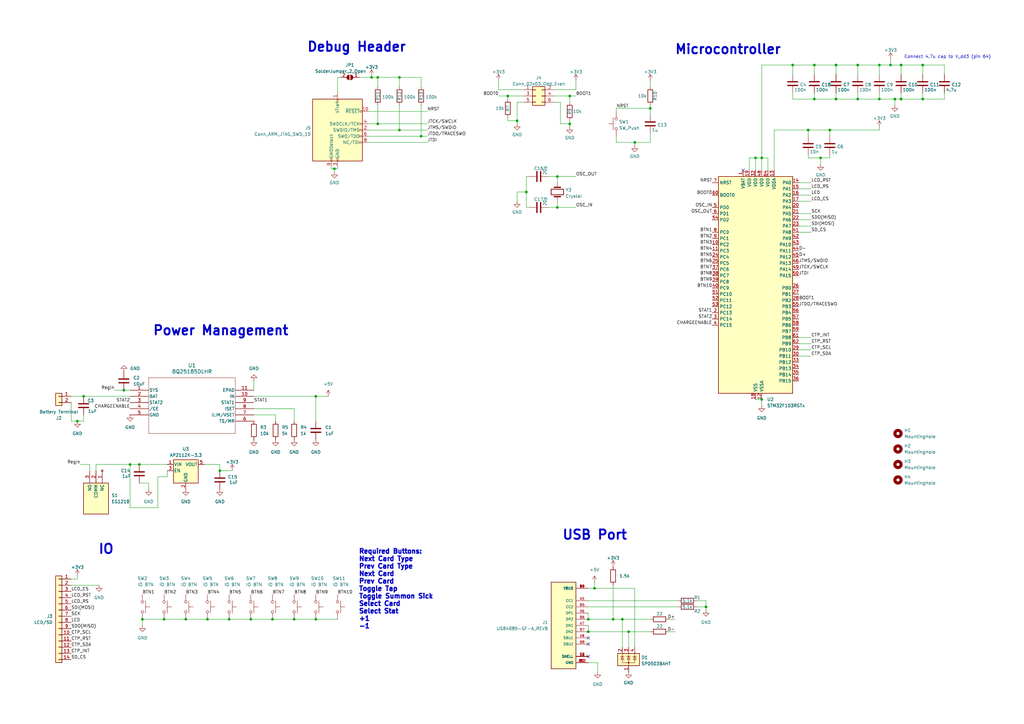
<source format=kicad_sch>
(kicad_sch (version 20231120) (generator "eeschema") (generator_version "8.0")
  (paper "A3")
  (junction (at 241.3 259.08))
  (junction (at 57.15 190.5))
  (junction (at 233.68 50.8))
  (junction (at 212.09 49.53))
  (junction (at 336.55 64.77))
  (junction (at 31.75 172.72))
  (junction (at 58.42 254))
  (junction (at 241.3 254))
  (junction (at 351.79 26.67))
  (junction (at 369.57 40.64))
  (junction (at 289.56 248.92))
  (junction (at 85.09 254))
  (junction (at 340.36 53.34))
  (junction (at 34.29 162.56))
  (junction (at 367.03 40.64))
  (junction (at 129.54 162.56))
  (junction (at 129.54 254))
  (junction (at 208.28 39.37))
  (junction (at 251.46 254))
  (junction (at 378.46 40.64))
  (junction (at 76.2 254))
  (junction (at 152.4 31.75))
  (junction (at 312.42 163.83))
  (junction (at 102.87 254))
  (junction (at 331.47 53.34))
  (junction (at 360.68 26.67))
  (junction (at 93.98 254))
  (junction (at 312.42 64.77))
  (junction (at 163.83 31.75))
  (junction (at 163.83 53.34))
  (junction (at 325.12 26.67))
  (junction (at 111.76 254))
  (junction (at 50.8 160.02))
  (junction (at 378.46 26.67))
  (junction (at 233.68 39.37))
  (junction (at 228.6 72.39))
  (junction (at 228.6 85.09))
  (junction (at 137.16 69.215))
  (junction (at 120.65 254))
  (junction (at 334.01 40.64))
  (junction (at 90.17 193.04))
  (junction (at 342.9 26.67))
  (junction (at 53.34 190.5))
  (junction (at 342.9 40.64))
  (junction (at 369.57 26.67))
  (junction (at 67.31 254))
  (junction (at 154.94 50.8))
  (junction (at 243.84 241.3))
  (junction (at 215.9 78.74))
  (junction (at 334.01 26.67))
  (junction (at 351.79 40.64))
  (junction (at 257.81 259.08))
  (junction (at 266.7 44.45))
  (junction (at 360.68 40.64))
  (junction (at 260.35 58.42))
  (junction (at 172.72 55.88))
  (junction (at 255.27 254))
  (junction (at 309.88 64.77))
  (junction (at 154.94 31.75))
  (junction (at 365.252 26.67))
  (no_connect (at 241.3 261.62))
  (no_connect (at 241.3 264.16))
  (no_connect (at 241.3 269.24))
  (no_connect (at 304.8 69.85))
  (wire (pts (xy 57.15 190.5) (xy 68.58 190.5)))
  (wire (pts (xy 334.01 40.64) (xy 342.9 40.64)))
  (wire (pts (xy 212.09 78.74) (xy 212.09 82.55)))
  (wire (pts (xy 266.7 43.18) (xy 266.7 44.45)))
  (wire (pts (xy 93.98 254) (xy 102.87 254)))
  (wire (pts (xy 260.35 58.42) (xy 260.35 59.69)))
  (wire (pts (xy 138.43 31.75) (xy 138.43 38.1)))
  (wire (pts (xy 29.21 237.49) (xy 31.75 237.49)))
  (wire (pts (xy 360.68 38.1) (xy 360.68 40.64)))
  (wire (pts (xy 387.35 30.48) (xy 387.35 26.67)))
  (wire (pts (xy 327.66 140.97) (xy 332.74 140.97)))
  (wire (pts (xy 307.34 69.85) (xy 307.34 64.77)))
  (wire (pts (xy 334.01 38.1) (xy 334.01 40.64)))
  (wire (pts (xy 212.09 41.91) (xy 212.09 49.53)))
  (wire (pts (xy 351.79 26.67) (xy 342.9 26.67)))
  (wire (pts (xy 378.46 26.67) (xy 378.46 30.48)))
  (wire (pts (xy 120.65 254) (xy 129.54 254)))
  (wire (pts (xy 58.42 254) (xy 67.31 254)))
  (wire (pts (xy 39.37 190.5) (xy 53.34 190.5)))
  (wire (pts (xy 312.42 163.83) (xy 312.42 166.37)))
  (wire (pts (xy 53.34 190.5) (xy 57.15 190.5)))
  (wire (pts (xy 215.9 85.09) (xy 215.9 78.74)))
  (wire (pts (xy 266.7 54.61) (xy 266.7 58.42)))
  (wire (pts (xy 204.47 39.37) (xy 208.28 39.37)))
  (wire (pts (xy 224.79 85.09) (xy 228.6 85.09)))
  (wire (pts (xy 172.72 55.88) (xy 175.26 55.88)))
  (wire (pts (xy 227.33 39.37) (xy 233.68 39.37)))
  (wire (pts (xy 151.13 58.42) (xy 175.26 58.42)))
  (wire (pts (xy 227.33 36.83) (xy 236.22 36.83)))
  (wire (pts (xy 327.66 74.93) (xy 332.74 74.93)))
  (wire (pts (xy 340.36 53.34) (xy 360.68 53.34)))
  (wire (pts (xy 266.7 58.42) (xy 260.35 58.42)))
  (wire (pts (xy 60.96 200.66) (xy 60.96 198.12)))
  (wire (pts (xy 229.87 50.8) (xy 233.68 50.8)))
  (wire (pts (xy 90.17 193.04) (xy 95.25 193.04)))
  (wire (pts (xy 325.12 40.64) (xy 334.01 40.64)))
  (wire (pts (xy 336.55 64.77) (xy 340.36 64.77)))
  (wire (pts (xy 327.66 95.25) (xy 332.74 95.25)))
  (wire (pts (xy 285.75 246.38) (xy 289.56 246.38)))
  (wire (pts (xy 378.46 38.1) (xy 378.46 40.64)))
  (wire (pts (xy 327.66 143.51) (xy 332.74 143.51)))
  (wire (pts (xy 312.42 64.77) (xy 312.42 69.85)))
  (wire (pts (xy 236.22 36.83) (xy 236.22 33.02)))
  (wire (pts (xy 309.88 69.85) (xy 309.88 64.77)))
  (wire (pts (xy 367.03 40.64) (xy 367.03 43.18)))
  (wire (pts (xy 33.02 190.5) (xy 36.83 190.5)))
  (wire (pts (xy 317.5 53.34) (xy 317.5 69.85)))
  (wire (pts (xy 255.27 254) (xy 251.46 254)))
  (wire (pts (xy 369.57 30.48) (xy 369.57 26.67)))
  (wire (pts (xy 327.66 92.71) (xy 332.74 92.71)))
  (wire (pts (xy 233.68 39.37) (xy 236.22 39.37)))
  (wire (pts (xy 252.73 45.72) (xy 252.73 44.45)))
  (wire (pts (xy 327.66 80.01) (xy 332.74 80.01)))
  (wire (pts (xy 278.13 248.92) (xy 241.3 248.92)))
  (wire (pts (xy 257.81 259.08) (xy 241.3 259.08)))
  (wire (pts (xy 325.12 26.67) (xy 334.01 26.67)))
  (wire (pts (xy 163.83 43.18) (xy 163.83 53.34)))
  (wire (pts (xy 208.28 48.26) (xy 208.28 49.53)))
  (wire (pts (xy 285.75 248.92) (xy 289.56 248.92)))
  (wire (pts (xy 57.15 198.12) (xy 60.96 198.12)))
  (wire (pts (xy 327.66 87.63) (xy 332.74 87.63)))
  (wire (pts (xy 135.89 68.58) (xy 135.89 69.215)))
  (wire (pts (xy 340.36 53.34) (xy 340.36 55.88)))
  (wire (pts (xy 331.47 53.34) (xy 317.5 53.34)))
  (wire (pts (xy 151.13 53.34) (xy 163.83 53.34)))
  (wire (pts (xy 260.35 241.3) (xy 243.84 241.3)))
  (wire (pts (xy 233.68 49.53) (xy 233.68 50.8)))
  (wire (pts (xy 228.6 72.39) (xy 228.6 74.93)))
  (wire (pts (xy 331.47 64.77) (xy 336.55 64.77)))
  (wire (pts (xy 215.9 78.74) (xy 212.09 78.74)))
  (wire (pts (xy 229.87 41.91) (xy 229.87 50.8)))
  (wire (pts (xy 367.03 40.64) (xy 369.57 40.64)))
  (wire (pts (xy 340.36 53.34) (xy 331.47 53.34)))
  (wire (pts (xy 340.36 63.5) (xy 340.36 64.77)))
  (wire (pts (xy 251.46 254) (xy 241.3 254)))
  (wire (pts (xy 138.43 68.58) (xy 138.43 69.215)))
  (wire (pts (xy 342.9 38.1) (xy 342.9 40.64)))
  (wire (pts (xy 351.79 40.64) (xy 360.68 40.64)))
  (wire (pts (xy 369.57 38.1) (xy 369.57 40.64)))
  (wire (pts (xy 147.32 31.75) (xy 152.4 31.75)))
  (wire (pts (xy 64.77 208.28) (xy 64.77 195.58)))
  (wire (pts (xy 307.34 64.77) (xy 309.88 64.77)))
  (wire (pts (xy 154.94 43.18) (xy 154.94 50.8)))
  (wire (pts (xy 39.37 193.04) (xy 39.37 190.5)))
  (wire (pts (xy 331.47 63.5) (xy 331.47 64.77)))
  (wire (pts (xy 351.79 26.67) (xy 351.79 30.48)))
  (wire (pts (xy 257.81 259.08) (xy 257.81 265.43)))
  (wire (pts (xy 163.83 31.75) (xy 172.72 31.75)))
  (wire (pts (xy 336.55 64.77) (xy 336.55 67.31)))
  (wire (pts (xy 266.7 33.02) (xy 266.7 35.56)))
  (wire (pts (xy 151.13 55.88) (xy 172.72 55.88)))
  (wire (pts (xy 243.84 241.3) (xy 243.84 238.76)))
  (wire (pts (xy 29.21 172.72) (xy 31.75 172.72)))
  (wire (pts (xy 204.47 36.83) (xy 204.47 33.02)))
  (wire (pts (xy 129.54 162.56) (xy 134.62 162.56)))
  (wire (pts (xy 163.83 31.75) (xy 163.83 35.56)))
  (wire (pts (xy 252.73 58.42) (xy 260.35 58.42)))
  (wire (pts (xy 241.3 251.46) (xy 241.3 254)))
  (wire (pts (xy 309.88 64.77) (xy 312.42 64.77)))
  (wire (pts (xy 85.09 254) (xy 93.98 254)))
  (wire (pts (xy 58.42 256.54) (xy 58.42 254)))
  (wire (pts (xy 152.4 31.115) (xy 152.4 31.75)))
  (wire (pts (xy 233.68 39.37) (xy 233.68 41.91)))
  (wire (pts (xy 241.3 241.3) (xy 243.84 241.3)))
  (wire (pts (xy 369.57 40.64) (xy 378.46 40.64)))
  (wire (pts (xy 163.83 53.34) (xy 175.26 53.34)))
  (wire (pts (xy 351.79 38.1) (xy 351.79 40.64)))
  (wire (pts (xy 266.7 254) (xy 255.27 254)))
  (wire (pts (xy 172.72 31.75) (xy 172.72 35.56)))
  (wire (pts (xy 64.77 208.28) (xy 53.34 208.28)))
  (wire (pts (xy 208.28 39.37) (xy 208.28 40.64)))
  (wire (pts (xy 289.56 246.38) (xy 289.56 248.92)))
  (wire (pts (xy 251.46 240.03) (xy 251.46 254)))
  (wire (pts (xy 34.29 170.18) (xy 34.29 172.72)))
  (wire (pts (xy 325.12 26.67) (xy 325.12 30.48)))
  (wire (pts (xy 387.35 40.64) (xy 387.35 38.1)))
  (wire (pts (xy 312.42 26.67) (xy 325.12 26.67)))
  (wire (pts (xy 289.56 248.92) (xy 289.56 250.19)))
  (wire (pts (xy 135.89 69.215) (xy 137.16 69.215)))
  (wire (pts (xy 151.13 50.8) (xy 154.94 50.8)))
  (wire (pts (xy 154.94 50.8) (xy 175.26 50.8)))
  (wire (pts (xy 53.34 208.28) (xy 53.34 190.5)))
  (wire (pts (xy 334.01 26.67) (xy 342.9 26.67)))
  (wire (pts (xy 90.17 193.04) (xy 90.17 190.5)))
  (wire (pts (xy 29.21 165.1) (xy 29.21 172.72)))
  (wire (pts (xy 50.8 160.02) (xy 53.34 160.02)))
  (wire (pts (xy 90.17 190.5) (xy 83.82 190.5)))
  (wire (pts (xy 365.252 24.13) (xy 365.252 26.67)))
  (wire (pts (xy 137.16 69.215) (xy 137.16 70.485)))
  (wire (pts (xy 227.33 41.91) (xy 229.87 41.91)))
  (wire (pts (xy 236.22 72.39) (xy 228.6 72.39)))
  (wire (pts (xy 312.42 64.77) (xy 312.42 26.67)))
  (wire (pts (xy 360.68 40.64) (xy 367.03 40.64)))
  (wire (pts (xy 327.66 146.05) (xy 332.74 146.05)))
  (wire (pts (xy 113.03 170.18) (xy 113.03 172.72)))
  (wire (pts (xy 129.54 254) (xy 138.43 254)))
  (wire (pts (xy 342.9 30.48) (xy 342.9 26.67)))
  (wire (pts (xy 228.6 85.09) (xy 228.6 82.55)))
  (wire (pts (xy 46.99 160.02) (xy 50.8 160.02)))
  (wire (pts (xy 245.11 275.59) (xy 245.11 271.78)))
  (wire (pts (xy 260.35 241.3) (xy 260.35 265.43)))
  (wire (pts (xy 360.68 30.48) (xy 360.68 26.67)))
  (wire (pts (xy 327.66 82.55) (xy 332.74 82.55)))
  (wire (pts (xy 365.252 26.67) (xy 360.68 26.67)))
  (wire (pts (xy 228.6 85.09) (xy 236.22 85.09)))
  (wire (pts (xy 104.14 156.21) (xy 104.14 160.02)))
  (wire (pts (xy 29.21 162.56) (xy 34.29 162.56)))
  (wire (pts (xy 139.7 31.75) (xy 138.43 31.75)))
  (wire (pts (xy 104.14 167.64) (xy 120.65 167.64)))
  (wire (pts (xy 154.94 31.75) (xy 154.94 35.56)))
  (wire (pts (xy 212.09 41.91) (xy 214.63 41.91)))
  (wire (pts (xy 68.58 195.58) (xy 68.58 193.04)))
  (wire (pts (xy 129.54 172.72) (xy 129.54 162.56)))
  (wire (pts (xy 387.35 26.67) (xy 378.46 26.67)))
  (wire (pts (xy 369.57 26.67) (xy 365.252 26.67)))
  (wire (pts (xy 40.64 240.03) (xy 29.21 240.03)))
  (wire (pts (xy 204.47 36.83) (xy 214.63 36.83)))
  (wire (pts (xy 102.87 254) (xy 111.76 254)))
  (wire (pts (xy 252.73 55.88) (xy 252.73 58.42)))
  (wire (pts (xy 360.68 26.67) (xy 351.79 26.67)))
  (wire (pts (xy 309.88 163.83) (xy 312.42 163.83)))
  (wire (pts (xy 111.76 254) (xy 120.65 254)))
  (wire (pts (xy 342.9 40.64) (xy 351.79 40.64)))
  (wire (pts (xy 266.7 259.08) (xy 257.81 259.08)))
  (wire (pts (xy 276.86 254) (xy 274.32 254)))
  (wire (pts (xy 64.77 195.58) (xy 68.58 195.58)))
  (wire (pts (xy 76.2 254) (xy 85.09 254)))
  (wire (pts (xy 369.57 26.67) (xy 378.46 26.67)))
  (wire (pts (xy 312.42 64.77) (xy 314.96 64.77)))
  (wire (pts (xy 327.66 138.43) (xy 332.74 138.43)))
  (wire (pts (xy 325.12 38.1) (xy 325.12 40.64)))
  (wire (pts (xy 252.73 44.45) (xy 266.7 44.45)))
  (wire (pts (xy 224.79 72.39) (xy 228.6 72.39)))
  (wire (pts (xy 241.3 256.54) (xy 241.3 259.08)))
  (wire (pts (xy 36.83 190.5) (xy 36.83 193.04)))
  (wire (pts (xy 120.65 167.64) (xy 120.65 172.72)))
  (wire (pts (xy 212.09 49.53) (xy 212.09 50.8)))
  (wire (pts (xy 233.68 50.8) (xy 233.68 52.07)))
  (wire (pts (xy 34.29 162.56) (xy 53.34 162.56)))
  (wire (pts (xy 378.46 40.64) (xy 387.35 40.64)))
  (wire (pts (xy 151.13 45.72) (xy 175.26 45.72)))
  (wire (pts (xy 276.86 259.08) (xy 274.32 259.08)))
  (wire (pts (xy 34.29 172.72) (xy 31.75 172.72)))
  (wire (pts (xy 266.7 44.45) (xy 266.7 46.99)))
  (wire (pts (xy 31.75 237.49) (xy 31.75 236.22)))
  (wire (pts (xy 215.9 72.39) (xy 217.17 72.39)))
  (wire (pts (xy 208.28 49.53) (xy 212.09 49.53)))
  (wire (pts (xy 104.14 162.56) (xy 129.54 162.56)))
  (wire (pts (xy 331.47 55.88) (xy 331.47 53.34)))
  (wire (pts (xy 152.4 31.75) (xy 154.94 31.75)))
  (wire (pts (xy 241.3 271.78) (xy 245.11 271.78)))
  (wire (pts (xy 104.14 170.18) (xy 113.03 170.18)))
  (wire (pts (xy 217.17 85.09) (xy 215.9 85.09)))
  (wire (pts (xy 215.9 78.74) (xy 215.9 72.39)))
  (wire (pts (xy 138.43 69.215) (xy 137.16 69.215)))
  (wire (pts (xy 214.63 39.37) (xy 208.28 39.37)))
  (wire (pts (xy 67.31 254) (xy 76.2 254)))
  (wire (pts (xy 154.94 31.75) (xy 163.83 31.75)))
  (wire (pts (xy 327.66 77.47) (xy 332.74 77.47)))
  (wire (pts (xy 334.01 30.48) (xy 334.01 26.67)))
  (wire (pts (xy 255.27 254) (xy 255.27 265.43)))
  (wire (pts (xy 314.96 69.85) (xy 314.96 64.77)))
  (wire (pts (xy 278.13 246.38) (xy 241.3 246.38)))
  (wire (pts (xy 172.72 43.18) (xy 172.72 55.88)))
  (wire (pts (xy 327.66 90.17) (xy 332.74 90.17)))
  (wire (pts (xy 360.68 53.34) (xy 360.68 52.07)))
  (text "Connect 4.7u cap to V_dd3 (pin 64)" (at 370.84 24.13 0) (effects (font (size 1.27 1.27)) (justify left bottom)))
  (text "USB Port" (at 230.378 221.742 0) (effects (font (size 3.81 3.81) (thickness 0.762) (bold yes)) (justify left bottom)))
  (text "Power Management" (at 62.484 137.922 0) (effects (font (size 3.81 3.81) (thickness 0.762) (bold yes)) (justify left bottom)))
  (text "IO" (at 40.132 227.584 0) (effects (font (size 3.81 3.81) (thickness 0.762) (bold yes)) (justify left bottom)))
  (text "Required Buttons:\nNext Card Type\nPrev Card Type\nNext Card\nPrev Card\nToggle Tap\nToggle Summon Sick\nSelect Card\nSelect Stat\n+1\n-1" (at 147.066 258.064 0) (effects (font (size 1.905 1.905) (thickness 0.762) (bold yes)) (justify left bottom)))
  (text "Microcontroller" (at 276.606 22.606 0) (effects (font (size 3.81 3.81) (thickness 0.762) (bold yes)) (justify left bottom)))
  (text "Debug Header" (at 125.73 21.59 0) (effects (font (size 3.81 3.81) (thickness 0.762) (bold yes)) (justify left bottom)))
  (label "RegIn" (at 46.99 160.02 180))
  (label "BTN5" (at 292.1 105.41 180))
  (label "OSC_IN" (at 236.22 85.09 0))
  (label "STAT2" (at 53.34 165.1 180))
  (label "CTP_SDA" (at 29.21 265.43 0))
  (label "JTDI" (at 175.26 58.42 0))
  (label "OSC_OUT" (at 292.1 87.63 180))
  (label "BTN3" (at 76.2 243.84 0))
  (label "LED" (at 332.74 80.01 0))
  (label "LCD_RS" (at 29.21 247.65 0))
  (label "SDO(MISO)" (at 332.74 90.17 0))
  (label "SDO(MISO)" (at 29.21 257.81 0))
  (label "BTN9" (at 129.54 243.84 0))
  (label "JTDI" (at 327.66 113.03 0))
  (label "SCK" (at 29.21 252.73 0))
  (label "JTMS{slash}SWDIO" (at 175.26 53.34 0))
  (label "CHARGEENABLE" (at 53.34 167.64 180))
  (label "SCK" (at 332.74 87.63 0))
  (label "BTN8" (at 120.65 243.84 0))
  (label "BTN9" (at 292.1 115.57 180))
  (label "D+" (at 276.86 254 180))
  (label "CTP_SCL" (at 29.21 260.35 0))
  (label "BTN10" (at 138.43 243.84 0))
  (label "SDI(MOSI)" (at 332.74 92.71 0))
  (label "LCD_RST" (at 332.74 74.93 0))
  (label "LCD_RST" (at 29.21 245.11 0))
  (label "BTN7" (at 292.1 110.49 180))
  (label "JTMS{slash}SWDIO" (at 327.66 107.95 0))
  (label "BTN3" (at 292.1 100.33 180))
  (label "BTN2" (at 67.31 243.84 0))
  (label "CTP_SDA" (at 332.74 146.05 0))
  (label "CTP_SCL" (at 332.74 143.51 0))
  (label "SDI(MOSI)" (at 29.21 250.19 0))
  (label "D+" (at 327.66 105.41 0))
  (label "RegIn" (at 33.02 190.5 180))
  (label "BTN6" (at 102.87 243.84 0))
  (label "CTP_INT" (at 332.74 138.43 0))
  (label "BOOT1" (at 236.22 39.37 0))
  (label "LCD_CS" (at 332.74 82.55 0))
  (label "CTP_INT" (at 29.21 267.97 0))
  (label "CTP_RST" (at 332.74 140.97 0))
  (label "NRST" (at 257.81 44.45 180))
  (label "BOOT0" (at 204.47 39.37 180))
  (label "BTN4" (at 292.1 102.87 180))
  (label "BTN10" (at 292.1 118.11 180))
  (label "BTN1" (at 58.42 243.84 0))
  (label "OSC_OUT" (at 236.22 72.39 0))
  (label "SD_CS" (at 332.74 95.25 0))
  (label "LCD_RS" (at 332.74 77.47 0))
  (label "LED" (at 29.21 255.27 0))
  (label "JTCK{slash}SWCLK" (at 175.26 50.8 0))
  (label "BTN1" (at 292.1 95.25 180))
  (label "CHARGEENABLE" (at 292.1 133.35 180))
  (label "BTN6" (at 292.1 107.95 180))
  (label "NRST" (at 292.1 74.93 180))
  (label "BTN4" (at 85.09 243.84 0))
  (label "BOOT0" (at 292.1 80.01 180))
  (label "NRST" (at 175.26 45.72 0))
  (label "D-" (at 327.66 102.87 0))
  (label "STAT2" (at 292.1 130.81 180))
  (label "JTCK{slash}SWCLK" (at 327.66 110.49 0))
  (label "JTDO{slash}TRACESWO" (at 175.26 55.88 0))
  (label "BOOT1" (at 327.66 123.19 0))
  (label "BTN2" (at 292.1 97.79 180))
  (label "SD_CS" (at 29.21 270.51 0))
  (label "BTN7" (at 111.76 243.84 0))
  (label "BTN5" (at 93.98 243.84 0))
  (label "OSC_IN" (at 292.1 85.09 180))
  (label "STAT1" (at 292.1 128.27 180))
  (label "STAT1" (at 104.14 165.1 0))
  (label "LCD_CS" (at 29.21 242.57 0))
  (label "JTDO{slash}TRACESWO" (at 327.66 125.73 0))
  (label "D-" (at 276.86 259.08 180))
  (label "BTN8" (at 292.1 113.03 180))
  (label "CTP_RST" (at 29.21 262.89 0))
  (symbol (lib_id "power:GND") (at 312.42 166.37 0) (unit 1)
    (property "Reference" "#PWR017" (effects (hide yes)))
    (property "Value" "GND" (at 312.42 171.45 0))
    (property "Description" "Power symbol creates a global label with name \"GND\" , ground" (effects (hide yes)))
  )
  (symbol (lib_id "Mechanical:MountingHole") (at 368.3 196.85 0) (unit 1) (exclude_from_sim yes) (in_bom no)
    (property "Reference" "H4" (at 370.84 195.5799 0) (effects (justify left)))
    (property "Value" "MountingHole" (at 370.84 198.1199 0) (effects (justify left)))
    (property "Footprint" "MountingHole:MountingHole_3.2mm_M3" (effects (hide yes)))
    (property "Description" "Mounting Hole without connection" (effects (hide yes)))
  )
  (symbol (lib_id "power:GND") (at 76.2 200.66 0) (unit 1)
    (property "Reference" "#PWR035" (effects (hide yes)))
    (property "Value" "GND" (at 76.2 205.74 0))
    (property "Description" "Power symbol creates a global label with name \"GND\" , ground" (effects (hide yes)))
  )
  (symbol (lib_id "power:GND") (at 245.11 275.59 0) (mirror y) (unit 1)
    (property "Reference" "#PWR01" (effects (hide yes)))
    (property "Value" "GND" (at 245.11 280.67 0))
    (property "Description" "Power symbol creates a global label with name \"GND\" , ground" (effects (hide yes)))
  )
  (symbol (lib_id "Connector_Generic:Conn_01x02") (at 24.13 162.56 0) (mirror y) (unit 1)
    (property "Reference" "J2" (at 24.13 171.45 0))
    (property "Value" "Battery Terminal" (at 24.13 168.91 0))
    (property "Footprint" "Connector_JST:JST_PH_S2B-PH-K_1x02_P2.00mm_Horizontal" (effects (hide yes)))
    (property "Description" "Generic connector, single row, 01x02, script generated (kicad-library-utils/schlib/autogen/connector/)" (effects (hide yes)))
  )
  (symbol (lib_id "Device:R") (at 104.14 176.53 0) (unit 1)
    (property "Reference" "R3" (at 106.68 175.2599 0) (effects (justify left)))
    (property "Value" "10k" (at 106.68 177.7999 0) (effects (justify left)))
    (property "Footprint" "Resistor_SMD:R_0805_2012Metric_Pad1.20x1.40mm_HandSolder" (effects (hide yes)))
    (property "Description" "Resistor" (effects (hide yes)))
  )
  (symbol (lib_id "Device:C") (at 34.29 166.37 180) (unit 1)
    (property "Reference" "C3" (at 35.814 164.338 0) (effects (justify right)))
    (property "Value" "1uF" (at 36.068 168.656 0) (effects (justify right)))
    (property "Footprint" "Capacitor_SMD:C_0805_2012Metric_Pad1.18x1.45mm_HandSolder" (effects (hide yes)))
    (property "Description" "Unpolarized capacitor" (effects (hide yes)))
  )
  (symbol (lib_id "basic:R") (at 266.7 39.37 0) (unit 1)
    (property "Reference" "R10" (at 268.732 39.37 90))
    (property "Value" "10k" (at 261.62 39.37 0) (effects (justify left)))
    (property "Footprint" "Resistor_SMD:R_0603_1608Metric" (effects (hide yes)))
  )
  (symbol (lib_id "power:GND") (at 40.64 240.03 0) (mirror y) (unit 1)
    (property "Reference" "#PWR010" (effects (hide yes)))
    (property "Value" "GND" (at 40.64 245.11 0))
    (property "Description" "Power symbol creates a global label with name \"GND\" , ground" (effects (hide yes)))
  )
  (symbol (lib_id "basic:R") (at 172.72 39.37 0) (unit 1)
    (property "Reference" "R13" (at 172.72 39.37 90))
    (property "Value" "100k" (at 174.498 39.8038 0) (effects (justify left)))
    (property "Footprint" "Resistor_SMD:R_0603_1608Metric" (effects (hide yes)))
  )
  (symbol (lib_id "power:GND") (at 53.34 170.18 0) (unit 1)
    (property "Reference" "#PWR08" (effects (hide yes)))
    (property "Value" "GND" (at 53.34 175.26 0))
    (property "Description" "Power symbol creates a global label with name \"GND\" , ground" (effects (hide yes)))
  )
  (symbol (lib_id "MCU_ST_STM32F1:STM32F103RGTx") (at 309.88 118.11 0) (unit 1)
    (property "Reference" "U2" (at 314.6141 163.83 0) (effects (justify left)))
    (property "Value" "STM32F103RGTx" (at 314.6141 166.37 0) (effects (justify left)))
    (property "Footprint" "Package_QFP:LQFP-64_10x10mm_P0.5mm" (effects (hide yes)))
    (property "Datasheet" "https://www.st.com/resource/en/datasheet/stm32f103rg.pdf" (effects (hide yes)))
    (property "Description" "STMicroelectronics Arm Cortex-M3 MCU, 1024KB flash, 96KB RAM, 72 MHz, 2.0-3.6V, 51 GPIO, LQFP64" (effects (hide yes)))
  )
  (symbol (lib_id "power:+3V3") (at 31.75 236.22 0) (unit 1)
    (property "Reference" "#PWR013" (effects (hide yes)))
    (property "Value" "+3V3" (at 31.75 232.6442 0))
  )
  (symbol (lib_id "Jumper:SolderJumper_2_Open") (at 143.51 31.75 180) (unit 1)
    (property "Reference" "JP1" (at 143.51 26.67 0))
    (property "Value" "SolderJumper_2_Open" (at 139.7 29.21 0))
    (property "Footprint" "Jumper:SolderJumper-2_P1.3mm_Open_TrianglePad1.0x1.5mm" (effects (hide yes)))
  )
  (symbol (lib_id "Connector:Conn_ARM_JTAG_SWD_10") (at 138.43 53.34 0) (unit 1)
    (property "Reference" "J5" (at 127.508 52.5053 0) (effects (justify right)))
    (property "Value" "Conn_ARM_JTAG_SWD_10" (at 127.508 55.0422 0) (effects (justify right)))
    (property "Footprint" "Connector_IDC:IDC-Header_2x05_P2.54mm_Vertical" (effects (hide yes)))
    (property "Datasheet" "http://infocenter.arm.com/help/topic/com.arm.doc.ddi0314h/DDI0314H_coresight_components_trm.pdf" (effects (hide yes)))
  )
  (symbol (lib_id "basic:C") (at 387.35 34.29 0) (unit 1)
    (property "Reference" "C12" (at 390.271 34.7238 0) (effects (justify left)))
    (property "Value" "4.7u" (at 387.985 36.83 0) (effects (justify left)))
    (property "Footprint" "Capacitor_SMD:C_0603_1608Metric" (effects (hide yes)))
  )
  (symbol (lib_id "Device:R") (at 281.94 248.92 270) (mirror x) (unit 1)
    (property "Reference" "R2" (at 286.004 250.698 90))
    (property "Value" "5.1k" (at 281.94 248.92 90))
    (property "Footprint" "Resistor_SMD:R_0805_2012Metric_Pad1.20x1.40mm_HandSolder" (effects (hide yes)))
    (property "Description" "Resistor" (effects (hide yes)))
  )
  (symbol (lib_id "power:+3V3") (at 152.4 31.115 0) (unit 1)
    (property "Reference" "#PWR028" (effects (hide yes)))
    (property "Value" "+3V3" (at 152.4 27.5392 0))
  )
  (symbol (lib_id "Switch:SW_Push") (at 120.65 248.92 270) (unit 1)
    (property "Reference" "SW9" (at 118.618 237.236 90) (effects (justify left)))
    (property "Value" "IO BTN" (at 118.618 239.776 90) (effects (justify left)))
    (property "Footprint" "Button_Switch_THT:SW_PUSH_6mm_H4.3mm" (effects (hide yes)))
    (property "Description" "Push button switch, generic, two pins" (effects (hide yes)))
  )
  (symbol (lib_id "basic:C") (at 266.7 50.8 0) (unit 1)
    (property "Reference" "C13" (at 269.621 51.2338 0) (effects (justify left)))
    (property "Value" "1u" (at 267.335 53.34 0) (effects (justify left)))
    (property "Footprint" "Capacitor_SMD:C_0603_1608Metric" (effects (hide yes)))
  )
  (symbol (lib_id "Device:R") (at 113.03 176.53 0) (unit 1)
    (property "Reference" "R5" (at 115.57 175.2599 0) (effects (justify left)))
    (property "Value" "5k" (at 115.57 177.7999 0) (effects (justify left)))
    (property "Footprint" "Resistor_SMD:R_0805_2012Metric_Pad1.20x1.40mm_HandSolder" (effects (hide yes)))
    (property "Description" "Resistor" (effects (hide yes)))
  )
  (symbol (lib_id "power:GND") (at 104.14 180.34 0) (unit 1)
    (property "Reference" "#PWR03" (effects (hide yes)))
    (property "Value" "GND" (at 104.14 185.42 0))
    (property "Description" "Power symbol creates a global label with name \"GND\" , ground" (effects (hide yes)))
  )
  (symbol (lib_id "power:+3V3") (at 251.46 232.41 0) (unit 1)
    (property "Reference" "#PWR034" (effects (hide yes)))
    (property "Value" "+3V3" (at 251.46 228.8342 0))
  )
  (symbol (lib_id "basic:C") (at 325.12 34.29 0) (unit 1)
    (property "Reference" "C4" (at 328.041 34.7238 0) (effects (justify left)))
    (property "Value" "100n" (at 325.755 36.83 0) (effects (justify left)))
    (property "Footprint" "Capacitor_SMD:C_0603_1608Metric" (effects (hide yes)))
  )
  (symbol (lib_id "basic:C") (at 378.46 34.29 0) (unit 1)
    (property "Reference" "C11" (at 381.381 34.7238 0) (effects (justify left)))
    (property "Value" "100n" (at 379.095 36.83 0) (effects (justify left)))
    (property "Footprint" "Capacitor_SMD:C_0603_1608Metric" (effects (hide yes)))
  )
  (symbol (lib_id "basic:C") (at 342.9 34.29 0) (unit 1)
    (property "Reference" "C7" (at 345.821 34.7238 0) (effects (justify left)))
    (property "Value" "100n" (at 343.535 36.83 0) (effects (justify left)))
    (property "Footprint" "Capacitor_SMD:C_0603_1608Metric" (effects (hide yes)))
  )
  (symbol (lib_id "basic:R") (at 208.28 44.45 0) (unit 1)
    (property "Reference" "R7" (at 208.28 44.45 90))
    (property "Value" "10k" (at 203.2 44.45 0) (effects (justify left)))
    (property "Footprint" "Resistor_SMD:R_0603_1608Metric" (effects (hide yes)))
  )
  (symbol (lib_id "power:GND") (at 60.96 200.66 0) (unit 1)
    (property "Reference" "#PWR032" (effects (hide yes)))
    (property "Value" "GND" (at 60.96 205.74 0))
    (property "Description" "Power symbol creates a global label with name \"GND\" , ground" (effects (hide yes)))
  )
  (symbol (lib_id "Mechanical:MountingHole") (at 368.3 177.8 0) (unit 1) (exclude_from_sim yes) (in_bom no)
    (property "Reference" "H1" (at 370.84 176.5299 0) (effects (justify left)))
    (property "Value" "MountingHole" (at 370.84 179.0699 0) (effects (justify left)))
    (property "Footprint" "MountingHole:MountingHole_3.2mm_M3" (effects (hide yes)))
    (property "Description" "Mounting Hole without connection" (effects (hide yes)))
  )
  (symbol (lib_id "power:+3V3") (at 95.25 193.04 0) (unit 1)
    (property "Reference" "#PWR016" (effects (hide yes)))
    (property "Value" "+3V3" (at 95.25 189.4642 0))
  )
  (symbol (lib_id "Power_Protection:SP0503BAHT") (at 257.81 270.51 0) (unit 1)
    (property "Reference" "D1" (at 263.017 269.6753 0) (effects (justify left)))
    (property "Value" "SP0503BAHT" (at 263.017 272.2122 0) (effects (justify left)))
    (property "Footprint" "Package_TO_SOT_SMD:SOT-143" (effects (hide yes)))
    (property "Datasheet" "http://www.littelfuse.com/~/media/files/littelfuse/technical%20resources/documents/data%20sheets/sp05xxba.pdf" (effects (hide yes)))
  )
  (symbol (lib_id "power:GND") (at 58.42 256.54 0) (unit 1)
    (property "Reference" "#PWR031" (effects (hide yes)))
    (property "Value" "GND" (at 58.42 261.62 0))
    (property "Description" "Power symbol creates a global label with name \"GND\" , ground" (effects (hide yes)))
  )
  (symbol (lib_id "Device:R") (at 281.94 246.38 270) (mirror x) (unit 1)
    (property "Reference" "R1" (at 286.004 245.11 90))
    (property "Value" "5.1k" (at 281.94 246.38 90))
    (property "Footprint" "Resistor_SMD:R_0805_2012Metric_Pad1.20x1.40mm_HandSolder" (effects (hide yes)))
    (property "Description" "Resistor" (effects (hide yes)))
  )
  (symbol (lib_id "power:GND") (at 50.8 152.4 180) (unit 1)
    (property "Reference" "#PWR04" (effects (hide yes)))
    (property "Value" "GND" (at 53.34 151.1299 0) (effects (justify right)))
    (property "Description" "Power symbol creates a global label with name \"GND\" , ground" (effects (hide yes)))
  )
  (symbol (lib_id "basic:R") (at 251.46 236.22 0) (mirror y) (unit 1)
    (property "Reference" "R14" (effects (hide yes)))
    (property "Value" "1.5k" (at 254 236.2199 0) (effects (justify right)))
    (property "Footprint" "Resistor_SMD:R_0603_1608Metric" (effects (hide yes)))
  )
  (symbol (lib_id "SamacSys_Parts:EG1218") (at 41.91 193.04 270) (unit 1)
    (property "Reference" "S1" (at 45.72 203.1999 90) (effects (justify left)))
    (property "Value" "EG1218" (at 45.72 205.7399 90) (effects (justify left)))
    (property "Footprint" "SamacSys_Parts:EG1218" (effects (hide yes)))
    (property "Datasheet" "https://configured-product-images.s3.amazonaws.com/2D/specs/EG1218.pdf" (effects (hide yes)))
    (property "Description" "SLIDE, 200mA, 30VDC SPDT, On-On Through Hole" (effects (hide yes)))
    (property "Height" "7.4" (effects (hide yes)))
    (property "Mouser Part Number" "612-EG1218" (effects (hide yes)))
    (property "Mouser Price/Stock" "https://www.mouser.co.uk/ProductDetail/E-Switch/EG1218?qs=xDsBkp9LkocT0c8K%252B5e%2FgA%3D%3D" (effects (hide yes)))
    (property "Manufacturer_Name" "E-Switch" (effects (hide yes)))
    (property "Manufacturer_Part_Number" "EG1218" (effects (hide yes)))
  )
  (symbol (lib_id "basic:R") (at 163.83 39.37 0) (unit 1)
    (property "Reference" "R12" (at 163.83 39.37 90))
    (property "Value" "100k" (at 165.608 39.8038 0) (effects (justify left)))
    (property "Footprint" "Resistor_SMD:R_0603_1608Metric" (effects (hide yes)))
  )
  (symbol (lib_id "power:GND") (at 31.75 172.72 0) (unit 1)
    (property "Reference" "#PWR05" (effects (hide yes)))
    (property "Value" "GND" (at 31.75 177.8 0))
    (property "Description" "Power symbol creates a global label with name \"GND\" , ground" (effects (hide yes)))
  )
  (symbol (lib_id "power:GND") (at 104.14 156.21 180) (unit 1)
    (property "Reference" "#PWR09" (effects (hide yes)))
    (property "Value" "GND" (at 104.14 151.13 0))
    (property "Description" "Power symbol creates a global label with name \"GND\" , ground" (effects (hide yes)))
  )
  (symbol (lib_id "basic:R") (at 154.94 39.37 0) (unit 1)
    (property "Reference" "R11" (at 154.94 39.37 90))
    (property "Value" "100k" (at 156.718 39.8038 0) (effects (justify left)))
    (property "Footprint" "Resistor_SMD:R_0603_1608Metric" (effects (hide yes)))
  )
  (symbol (lib_id "basic:C") (at 360.68 34.29 0) (unit 1)
    (property "Reference" "C9" (at 363.601 34.7238 0) (effects (justify left)))
    (property "Value" "100n" (at 361.315 36.83 0) (effects (justify left)))
    (property "Footprint" "Capacitor_SMD:C_0603_1608Metric" (effects (hide yes)))
  )
  (symbol (lib_id "power:GND") (at 137.16 70.485 0) (unit 1)
    (property "Reference" "#PWR025" (effects (hide yes)))
    (property "Value" "GND" (at 137.16 74.93 0))
  )
  (symbol (lib_id "Connector_Generic:Conn_01x14") (at 24.13 252.73 0) (mirror y) (unit 1)
    (property "Reference" "J3" (at 21.59 252.7299 0) (effects (justify left)))
    (property "Value" "LCD/SD" (at 21.59 255.2699 0) (effects (justify left)))
    (property "Footprint" "Connector_FFC-FPC:Hirose_FH12-14S-0.5SH_1x14-1MP_P0.50mm_Horizontal" (effects (hide yes)))
    (property "Description" "Generic connector, single row, 01x14, script generated (kicad-library-utils/schlib/autogen/connector/)" (effects (hide yes)))
  )
  (symbol (lib_id "basic:R") (at 233.68 45.72 0) (unit 1)
    (property "Reference" "R9" (at 233.68 45.72 90))
    (property "Value" "10k" (at 234.95 45.72 0) (effects (justify left)))
    (property "Footprint" "Resistor_SMD:R_0603_1608Metric" (effects (hide yes)))
  )
  (symbol (lib_id "Connector_Generic:Conn_02x03_Odd_Even") (at 219.71 39.37 0) (unit 1)
    (property "Reference" "J4" (at 220.98 31.8602 0))
    (property "Value" "Conn_02x03_Odd_Even" (at 220.98 34.3971 0))
    (property "Footprint" "Connector_PinSocket_2.54mm:PinSocket_2x03_P2.54mm_Vertical" (effects (hide yes)))
  )
  (symbol (lib_id "basic:C") (at 220.98 72.39 90) (unit 1)
    (property "Reference" "C16" (at 220.98 69.0682 90))
    (property "Value" "20p" (at 223.52 71.755 0) (effects (justify left)))
    (property "Footprint" "Capacitor_SMD:C_0603_1608Metric" (effects (hide yes)))
  )
  (symbol (lib_id "basic:C") (at 331.47 59.69 0) (unit 1)
    (property "Reference" "C5" (at 334.391 60.1238 0) (effects (justify left)))
    (property "Value" "10n" (at 332.105 62.23 0) (effects (justify left)))
    (property "Footprint" "Capacitor_SMD:C_0603_1608Metric" (effects (hide yes)))
  )
  (symbol (lib_id "power:+3V3") (at 204.47 33.02 0) (unit 1)
    (property "Reference" "#PWR019" (effects (hide yes)))
    (property "Value" "+3V3" (at 204.47 29.4442 0))
  )
  (symbol (lib_id "power:+3V3") (at 266.7 33.02 0) (unit 1)
    (property "Reference" "#PWR024" (effects (hide yes)))
    (property "Value" "+3V3" (at 266.7 29.4442 0))
  )
  (symbol (lib_id "Switch:SW_Push") (at 129.54 248.92 270) (unit 1)
    (property "Reference" "SW10" (at 127.508 237.236 90) (effects (justify left)))
    (property "Value" "IO BTN" (at 127.508 239.776 90) (effects (justify left)))
    (property "Footprint" "Button_Switch_THT:SW_PUSH_6mm_H4.3mm" (effects (hide yes)))
    (property "Description" "Push button switch, generic, two pins" (effects (hide yes)))
  )
  (symbol (lib_id "Switch:SW_Push") (at 111.76 248.92 270) (unit 1)
    (property "Reference" "SW8" (at 109.728 237.236 90) (effects (justify left)))
    (property "Value" "IO BTN" (at 109.728 239.776 90) (effects (justify left)))
    (property "Footprint" "Button_Switch_THT:SW_PUSH_6mm_H4.3mm" (effects (hide yes)))
    (property "Description" "Push button switch, generic, two pins" (effects (hide yes)))
  )
  (symbol (lib_id "basic:C") (at 220.98 85.09 90) (unit 1)
    (property "Reference" "C17" (at 220.98 81.7682 90))
    (property "Value" "20p" (at 223.52 84.455 0) (effects (justify left)))
    (property "Footprint" "Capacitor_SMD:C_0603_1608Metric" (effects (hide yes)))
  )
  (symbol (lib_id "Switch:SW_Push") (at 102.87 248.92 270) (unit 1)
    (property "Reference" "SW7" (at 100.838 237.236 90) (effects (justify left)))
    (property "Value" "IO BTN" (at 100.838 239.776 90) (effects (justify left)))
    (property "Footprint" "Button_Switch_THT:SW_PUSH_6mm_H4.3mm" (effects (hide yes)))
    (property "Description" "Push button switch, generic, two pins" (effects (hide yes)))
  )
  (symbol (lib_id "Switch:SW_Push") (at 252.73 50.8 90) (unit 1)
    (property "Reference" "SW1" (at 253.873 49.9653 90) (effects (justify right)))
    (property "Value" "SW_Push" (at 253.873 52.5022 90) (effects (justify right)))
    (property "Footprint" "Button_Switch_THT:SW_PUSH_6mm_H4.3mm" (effects (hide yes)))
    (property "Datasheet" "https://www.digikey.com/en/products/detail/omron-electronics-inc-emc-div/B3S-1000/20686" (effects (hide yes)))
  )
  (symbol (lib_id "basic:C") (at 369.57 34.29 0) (unit 1)
    (property "Reference" "C10" (at 372.491 34.7238 0) (effects (justify left)))
    (property "Value" "100n" (at 370.205 36.83 0) (effects (justify left)))
    (property "Footprint" "Capacitor_SMD:C_0603_1608Metric" (effects (hide yes)))
  )
  (symbol (lib_id "USB4085-GF-A_REVB:USB4085-GF-A_REVB") (at 231.14 256.54 0) (mirror y) (unit 1)
    (property "Reference" "J1" (at 224.79 255.2699 0) (effects (justify left)))
    (property "Value" "USB4085-GF-A_REVB" (at 224.79 257.8099 0) (effects (justify left)))
    (property "Footprint" "footprints:GCT_USB4085-GF-A_REVB" (effects (hide yes)))
    (property "MF" "Global Connector Technology" (effects (hide yes)))
    (property "MAXIMUM_PACKAGE_HEIGHT" "3.16mm" (effects (hide yes)))
    (property "Package" "None" (effects (hide yes)))
    (property "Price" "None" (effects (hide yes)))
    (property "Check_prices" "https://www.snapeda.com/parts/USB4085-GF-A/Global+Connector+Technology/view-part/?ref=eda" (effects (hide yes)))
    (property "STANDARD" "Manufacturer Recommendations" (effects (hide yes)))
    (property "PARTREV" "B" (effects (hide yes)))
    (property "SnapEDA_Link" "https://www.snapeda.com/parts/USB4085-GF-A/Global+Connector+Technology/view-part/?ref=snap" (effects (hide yes)))
    (property "MP" "USB4085-GF-A" (effects (hide yes)))
    (property "Description_1" "\nUSB-C (USB TYPE-C) USB 2.0 Receptacle Connector 24 (16+8 Dummy) Position Through Hole, Right Angle, low cost, 3.46mm profile, 16 pin, horizontal, Top mount\n" (effects (hide yes)))
    (property "MANUFACTURER" "Global Connector Technology" (effects (hide yes)))
    (property "Availability" "In Stock" (effects (hide yes)))
    (property "SNAPEDA_PN" "USB4085-GF-A" (effects (hide yes)))
  )
  (symbol (lib_id "power:+3V3") (at 365.252 24.13 0) (unit 1)
    (property "Reference" "#PWR011" (effects (hide yes)))
    (property "Value" "+3V3" (at 365.252 20.5542 0))
  )
  (symbol (lib_id "basic:C") (at 340.36 59.69 0) (unit 1)
    (property "Reference" "C6" (at 343.281 60.1238 0) (effects (justify left)))
    (property "Value" "1u" (at 340.995 62.23 0) (effects (justify left)))
    (property "Footprint" "Capacitor_SMD:C_0603_1608Metric" (effects (hide yes)))
  )
  (symbol (lib_id "power:GND") (at 212.09 50.8 0) (unit 1)
    (property "Reference" "#PWR020" (effects (hide yes)))
    (property "Value" "GND" (at 212.09 55.2434 0))
  )
  (symbol (lib_id "power:GND") (at 367.03 43.18 0) (unit 1)
    (property "Reference" "#PWR018" (effects (hide yes)))
    (property "Value" "GND" (at 367.03 47.6234 0))
  )
  (symbol (lib_id "Device:C") (at 90.17 196.85 0) (unit 1)
    (property "Reference" "C15" (at 93.472 195.58 0) (effects (justify left)))
    (property "Value" "1uF" (at 93.98 197.866 0) (effects (justify left)))
    (property "Footprint" "Capacitor_SMD:C_0805_2012Metric_Pad1.18x1.45mm_HandSolder" (effects (hide yes)))
    (property "Description" "Unpolarized capacitor" (effects (hide yes)))
  )
  (symbol (lib_id "Switch:SW_Push") (at 76.2 248.92 270) (unit 1)
    (property "Reference" "SW4" (at 74.168 237.236 90) (effects (justify left)))
    (property "Value" "IO BTN" (at 74.168 239.776 90) (effects (justify left)))
    (property "Footprint" "Button_Switch_THT:SW_PUSH_6mm_H4.3mm" (effects (hide yes)))
    (property "Description" "Push button switch, generic, two pins" (effects (hide yes)))
  )
  (symbol (lib_id "power:+3V3") (at 236.22 33.02 0) (unit 1)
    (property "Reference" "#PWR022" (effects (hide yes)))
    (property "Value" "+3V3" (at 236.22 29.4442 0))
  )
  (symbol (lib_id "basic:C") (at 334.01 34.29 0) (unit 1)
    (property "Reference" "C18" (at 336.931 34.7238 0) (effects (justify left)))
    (property "Value" "100n" (at 334.645 36.83 0) (effects (justify left)))
    (property "Footprint" "Capacitor_SMD:C_0603_1608Metric" (effects (hide yes)))
  )
  (symbol (lib_id "power:GND") (at 212.09 82.55 0) (unit 1)
    (property "Reference" "#PWR026" (effects (hide yes)))
    (property "Value" "GND" (at 212.09 86.9934 0))
  )
  (symbol (lib_id "power:GND") (at 113.03 180.34 0) (unit 1)
    (property "Reference" "#PWR06" (effects (hide yes)))
    (property "Value" "GND" (at 113.03 185.42 0))
    (property "Description" "Power symbol creates a global label with name \"GND\" , ground" (effects (hide yes)))
  )
  (symbol (lib_id "Device:Crystal") (at 228.6 78.74 90) (unit 1)
    (property "Reference" "Y3" (at 231.9274 77.9053 90) (effects (justify right)))
    (property "Value" "Crystal" (at 231.9274 80.4422 90) (effects (justify right)))
    (property "Footprint" "Crystal:Crystal_HC49-U_Vertical" (effects (hide yes)))
    (property "Datasheet" "https://www.digikey.com/en/products/detail/ecs-inc/ECS-080-20-4X-DU/2781927" (effects (hide yes)))
  )
  (symbol (lib_id "Device:R") (at 120.65 176.53 0) (unit 1)
    (property "Reference" "R4" (at 123.19 175.2599 0) (effects (justify left)))
    (property "Value" "1k" (at 123.19 177.7999 0) (effects (justify left)))
    (property "Footprint" "Resistor_SMD:R_0805_2012Metric_Pad1.20x1.40mm_HandSolder" (effects (hide yes)))
    (property "Description" "Resistor" (effects (hide yes)))
  )
  (symbol (lib_id "power:GND") (at 233.68 52.07 0) (unit 1)
    (property "Reference" "#PWR021" (effects (hide yes)))
    (property "Value" "GND" (at 233.68 56.5134 0))
  )
  (symbol (lib_id "Device:C") (at 57.15 194.31 0) (unit 1)
    (property "Reference" "C14" (at 49.53 193.04 0) (effects (justify left)))
    (property "Value" "1uF" (at 50.038 195.326 0) (effects (justify left)))
    (property "Footprint" "Capacitor_SMD:C_0805_2012Metric_Pad1.18x1.45mm_HandSolder" (effects (hide yes)))
    (property "Description" "Unpolarized capacitor" (effects (hide yes)))
  )
  (symbol (lib_id "power:GND") (at 257.81 275.59 0) (unit 1)
    (property "Reference" "#PWR027" (effects (hide yes)))
    (property "Value" "GND" (at 257.81 280.0334 0))
  )
  (symbol (lib_id "Regulator_Linear:AP2112K-3.3") (at 76.2 193.04 0) (unit 1)
    (property "Reference" "U3" (at 76.2 184.15 0))
    (property "Value" "AP2112K-3.3" (at 76.2 186.69 0))
    (property "Footprint" "Package_TO_SOT_SMD:SOT-23-5" (effects (hide yes)))
    (property "Datasheet" "https://www.diodes.com/assets/Datasheets/AP2112.pdf" (effects (hide yes)))
    (property "Description" "600mA low dropout linear regulator, with enable pin, 3.8V-6V input voltage range, 3.3V fixed positive output, SOT-23-5" (effects (hide yes)))
  )
  (symbol (lib_id "Mechanical:MountingHole") (at 368.3 190.5 0) (unit 1) (exclude_from_sim yes) (in_bom no)
    (property "Reference" "H3" (at 370.84 189.2299 0) (effects (justify left)))
    (property "Value" "MountingHole" (at 370.84 191.7699 0) (effects (justify left)))
    (property "Footprint" "MountingHole:MountingHole_3.2mm_M3" (effects (hide yes)))
    (property "Description" "Mounting Hole without connection" (effects (hide yes)))
  )
  (symbol (lib_id "power:GND") (at 90.17 200.66 0) (unit 1)
    (property "Reference" "#PWR033" (effects (hide yes)))
    (property "Value" "GND" (at 90.17 205.74 0))
    (property "Description" "Power symbol creates a global label with name \"GND\" , ground" (effects (hide yes)))
  )
  (symbol (lib_id "power:+3V3") (at 360.68 52.07 0) (unit 1)
    (property "Reference" "#PWR030" (effects (hide yes)))
    (property "Value" "+3V3" (at 360.68 48.4942 0))
  )
  (symbol (lib_id "Switch:SW_Push") (at 93.98 248.92 270) (unit 1)
    (property "Reference" "SW6" (at 91.948 237.236 90) (effects (justify left)))
    (property "Value" "IO BTN" (at 91.948 239.776 90) (effects (justify left)))
    (property "Footprint" "Button_Switch_THT:SW_PUSH_6mm_H4.3mm" (effects (hide yes)))
    (property "Description" "Push button switch, generic, two pins" (effects (hide yes)))
  )
  (symbol (lib_id "basic:R") (at 270.51 254 270) (mirror x) (unit 1)
    (property "Reference" "R6" (effects (hide yes)))
    (property "Value" "22" (at 270.51 251.8212 90))
    (property "Footprint" "Resistor_SMD:R_0603_1608Metric" (effects (hide yes)))
  )
  (symbol (lib_id "Mechanical:MountingHole") (at 368.3 184.15 0) (unit 1) (exclude_from_sim yes) (in_bom no)
    (property "Reference" "H2" (at 370.84 182.8799 0) (effects (justify left)))
    (property "Value" "MountingHole" (at 370.84 185.4199 0) (effects (justify left)))
    (property "Footprint" "MountingHole:MountingHole_3.2mm_M3" (effects (hide yes)))
    (property "Description" "Mounting Hole without connection" (effects (hide yes)))
  )
  (symbol (lib_id "basic:C") (at 351.79 34.29 0) (unit 1)
    (property "Reference" "C8" (at 354.711 34.7238 0) (effects (justify left)))
    (property "Value" "100n" (at 352.425 36.83 0) (effects (justify left)))
    (property "Footprint" "Capacitor_SMD:C_0603_1608Metric" (effects (hide yes)))
  )
  (symbol (lib_id "2024-10-22_16-45-50:BQ25185DLHR") (at 53.34 160.02 0) (unit 1)
    (property "Reference" "U1" (at 78.74 149.86 0) (effects (font (size 1.524 1.524))))
    (property "Value" "BQ25185DLHR" (at 78.74 152.4 0) (effects (font (size 1.524 1.524))))
    (property "Footprint" "footprints:WSON10_DLH_TEX" (effects (hide yes)))
    (property "Datasheet" "BQ25185DLHR" (effects (hide yes)))
  )
  (symbol (lib_id "Switch:SW_Push") (at 85.09 248.92 270) (unit 1)
    (property "Reference" "SW5" (at 83.058 237.236 90) (effects (justify left)))
    (property "Value" "IO BTN" (at 83.058 239.776 90) (effects (justify left)))
    (property "Footprint" "Button_Switch_THT:SW_PUSH_6mm_H4.3mm" (effects (hide yes)))
    (property "Description" "Push button switch, generic, two pins" (effects (hide yes)))
  )
  (symbol (lib_id "power:GND") (at 120.65 180.34 0) (unit 1)
    (property "Reference" "#PWR07" (effects (hide yes)))
    (property "Value" "GND" (at 120.65 185.42 0))
    (property "Description" "Power symbol creates a global label with name \"GND\" , ground" (effects (hide yes)))
  )
  (symbol (lib_id "power:GND") (at 336.55 67.31 0) (unit 1)
    (property "Reference" "#PWR029" (effects (hide yes)))
    (property "Value" "GND" (at 336.55 71.7534 0))
  )
  (symbol (lib_id "Switch:SW_Push") (at 58.42 248.92 270) (unit 1)
    (property "Reference" "SW2" (at 56.388 237.236 90) (effects (justify left)))
    (property "Value" "IO BTN" (at 56.388 239.776 90) (effects (justify left)))
    (property "Footprint" "Button_Switch_THT:SW_PUSH_6mm_H4.3mm" (effects (hide yes)))
    (property "Description" "Push button switch, generic, two pins" (effects (hide yes)))
  )
  (symbol (lib_id "power:+5V") (at 243.84 238.76 0) (mirror y) (unit 1)
    (property "Reference" "#PWR015" (effects (hide yes)))
    (property "Value" "+5V" (at 243.84 233.68 0))
    (property "Description" "Power symbol creates a global label with name \"+5V\"" (effects (hide yes)))
  )
  (symbol (lib_id "Switch:SW_Push") (at 67.31 248.92 270) (unit 1)
    (property "Reference" "SW3" (at 65.278 237.236 90) (effects (justify left)))
    (property "Value" "IO BTN" (at 65.278 239.776 90) (effects (justify left)))
    (property "Footprint" "Button_Switch_THT:SW_PUSH_6mm_H4.3mm" (effects (hide yes)))
    (property "Description" "Push button switch, generic, two pins" (effects (hide yes)))
  )
  (symbol (lib_id "power:GND") (at 260.35 59.69 0) (unit 1)
    (property "Reference" "#PWR023" (effects (hide yes)))
    (property "Value" "GND" (at 260.35 64.1334 0))
  )
  (symbol (lib_id "power:+5V") (at 134.62 162.56 0) (unit 1)
    (property "Reference" "#PWR014" (effects (hide yes)))
    (property "Value" "+5V" (at 134.62 157.48 0))
    (property "Description" "Power symbol creates a global label with name \"+5V\"" (effects (hide yes)))
  )
  (symbol (lib_id "Device:C") (at 129.54 176.53 180) (unit 1)
    (property "Reference" "C1" (at 133.35 175.2599 0) (effects (justify right)))
    (property "Value" "1uF" (at 133.35 177.7999 0) (effects (justify right)))
    (property "Footprint" "Capacitor_SMD:C_0805_2012Metric_Pad1.18x1.45mm_HandSolder" (effects (hide yes)))
    (property "Description" "Unpolarized capacitor" (effects (hide yes)))
  )
  (symbol (lib_id "Switch:SW_Push") (at 138.43 248.92 270) (unit 1)
    (property "Reference" "SW11" (at 136.398 237.236 90) (effects (justify left)))
    (property "Value" "IO BTN" (at 136.398 239.776 90) (effects (justify left)))
    (property "Footprint" "Button_Switch_THT:SW_PUSH_6mm_H4.3mm" (effects (hide yes)))
    (property "Description" "Push button switch, generic, two pins" (effects (hide yes)))
  )
  (symbol (lib_id "power:GND") (at 129.54 180.34 0) (unit 1)
    (property "Reference" "#PWR02" (effects (hide yes)))
    (property "Value" "GND" (at 129.54 185.42 0))
    (property "Description" "Power symbol creates a global label with name \"GND\" , ground" (effects (hide yes)))
  )
  (symbol (lib_id "basic:R") (at 270.51 259.08 270) (mirror x) (unit 1)
    (property "Reference" "R8" (effects (hide yes)))
    (property "Value" "22" (at 270.51 256.9012 90))
    (property "Footprint" "Resistor_SMD:R_0603_1608Metric" (effects (hide yes)))
  )
  (symbol (lib_id "Device:C") (at 50.8 156.21 180) (unit 1)
    (property "Reference" "C2" (at 54.61 154.9399 0) (effects (justify right)))
    (property "Value" "10uF" (at 54.61 157.4799 0) (effects (justify right)))
    (property "Footprint" "Capacitor_SMD:C_0805_2012Metric_Pad1.18x1.45mm_HandSolder" (effects (hide yes)))
    (property "Description" "Unpolarized capacitor" (effects (hide yes)))
  )
  (symbol (lib_id "power:GND") (at 289.56 250.19 0) (mirror y) (unit 1)
    (property "Reference" "#PWR012" (effects (hide yes)))
    (property "Value" "GND" (at 289.56 255.27 0))
    (property "Description" "Power symbol creates a global label with name \"GND\" , ground" (effects (hide yes)))
  )
)
</source>
